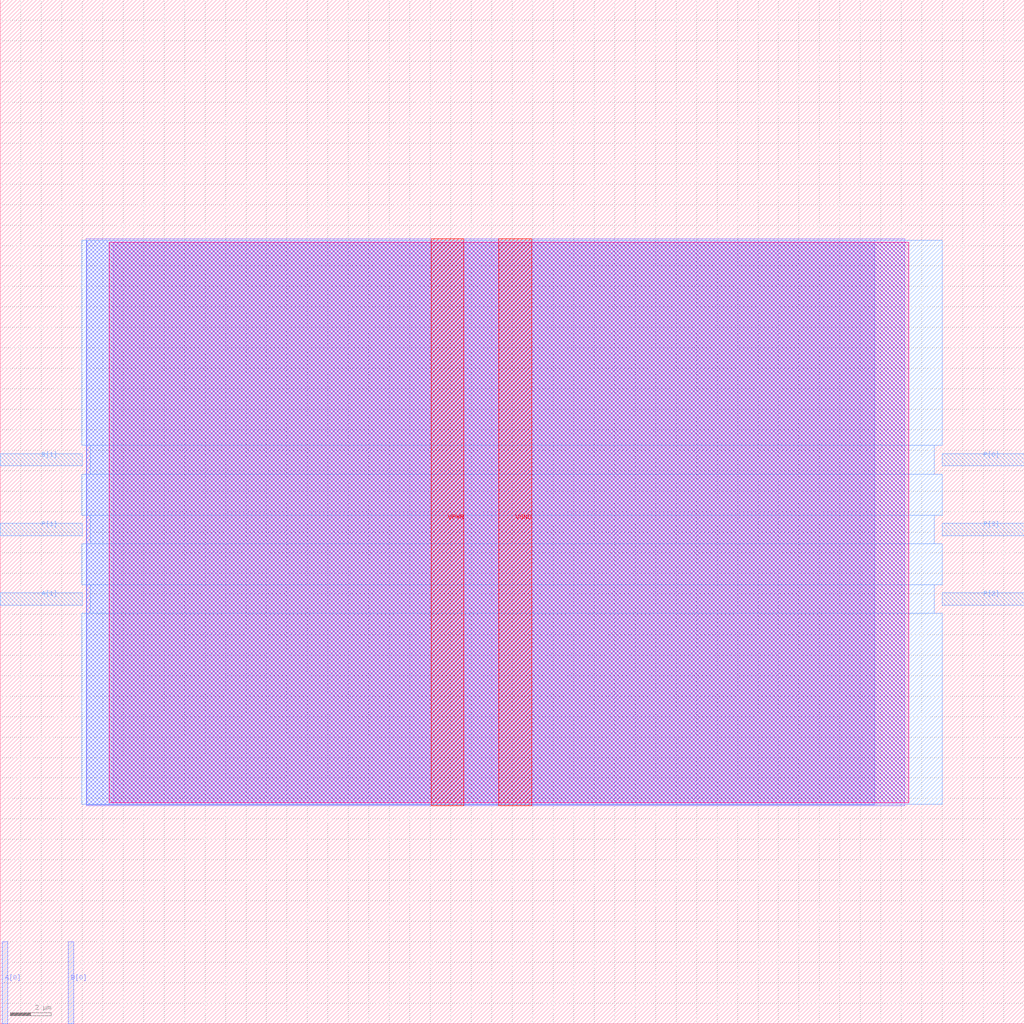
<source format=lef>
VERSION 5.7 ;
  NOWIREEXTENSIONATPIN ON ;
  DIVIDERCHAR "/" ;
  BUSBITCHARS "[]" ;
MACRO SarsanstepsNada_e8
  CLASS BLOCK ;
  FOREIGN SarsanstepsNada_e8 ;
  ORIGIN 0.000 0.000 ;
  SIZE 50.000 BY 50.000 ;
  PIN A[0]
    DIRECTION INPUT ;
    USE SIGNAL ;
    PORT
      LAYER met2 ;
        RECT 0.090 0.000 0.370 4.000 ;
    END
  END A[0]
  PIN A[1]
    DIRECTION INPUT ;
    USE SIGNAL ;
    ANTENNAGATEAREA 0.196500 ;
    PORT
      LAYER met3 ;
        RECT 0.000 20.440 4.000 21.040 ;
    END
  END A[1]
  PIN B[0]
    DIRECTION INPUT ;
    USE SIGNAL ;
    PORT
      LAYER met2 ;
        RECT 3.310 0.000 3.590 4.000 ;
    END
  END B[0]
  PIN B[1]
    DIRECTION INPUT ;
    USE SIGNAL ;
    ANTENNAGATEAREA 0.196500 ;
    PORT
      LAYER met3 ;
        RECT 0.000 27.240 4.000 27.840 ;
    END
  END B[1]
  PIN P[0]
    DIRECTION OUTPUT ;
    USE SIGNAL ;
    PORT
      LAYER met3 ;
        RECT 46.000 27.240 50.000 27.840 ;
    END
  END P[0]
  PIN P[1]
    DIRECTION OUTPUT ;
    USE SIGNAL ;
    PORT
      LAYER met3 ;
        RECT 0.000 23.840 4.000 24.440 ;
    END
  END P[1]
  PIN P[2]
    DIRECTION OUTPUT ;
    USE SIGNAL ;
    ANTENNADIFFAREA 0.445500 ;
    PORT
      LAYER met3 ;
        RECT 46.000 20.440 50.000 21.040 ;
    END
  END P[2]
  PIN P[3]
    DIRECTION OUTPUT ;
    USE SIGNAL ;
    PORT
      LAYER met3 ;
        RECT 46.000 23.840 50.000 24.440 ;
    END
  END P[3]
  PIN VGND
    DIRECTION INOUT ;
    USE GROUND ;
    PORT
      LAYER met4 ;
        RECT 24.340 10.640 25.940 38.320 ;
    END
  END VGND
  PIN VPWR
    DIRECTION INOUT ;
    USE POWER ;
    PORT
      LAYER met4 ;
        RECT 21.040 10.640 22.640 38.320 ;
    END
  END VPWR
  OBS
      LAYER nwell ;
        RECT 5.330 10.795 44.350 38.165 ;
      LAYER li1 ;
        RECT 5.520 10.795 44.160 38.165 ;
      LAYER met1 ;
        RECT 4.210 10.640 44.160 38.320 ;
      LAYER met2 ;
        RECT 4.230 10.695 42.690 38.265 ;
      LAYER met3 ;
        RECT 3.990 28.240 46.000 38.245 ;
        RECT 4.400 26.840 45.600 28.240 ;
        RECT 3.990 24.840 46.000 26.840 ;
        RECT 4.400 23.440 45.600 24.840 ;
        RECT 3.990 21.440 46.000 23.440 ;
        RECT 4.400 20.040 45.600 21.440 ;
        RECT 3.990 10.715 46.000 20.040 ;
  END
END SarsanstepsNada_e8
END LIBRARY


</source>
